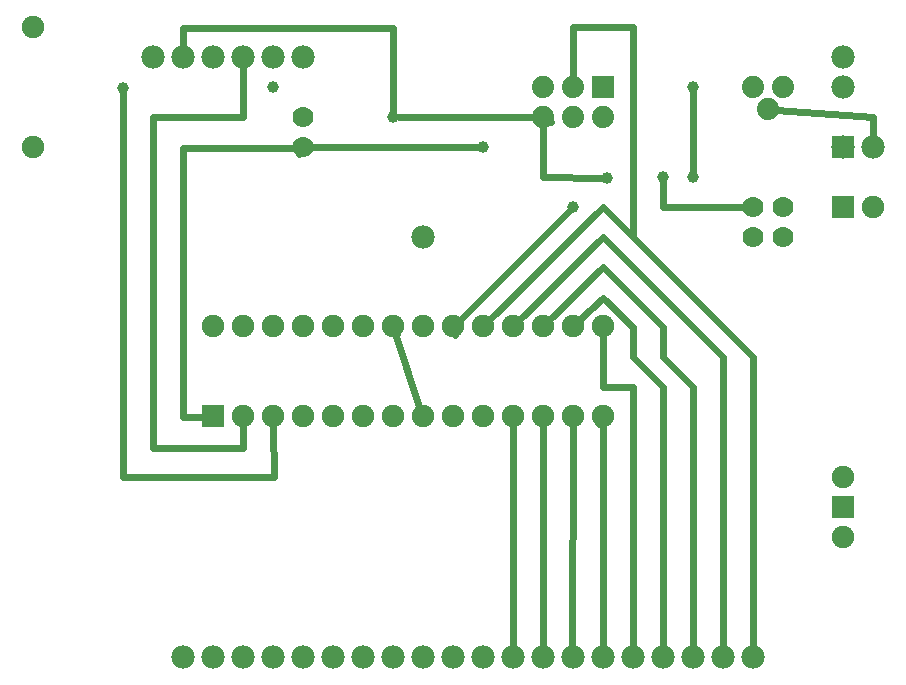
<source format=gtl>
G04 MADE WITH FRITZING*
G04 WWW.FRITZING.ORG*
G04 DOUBLE SIDED*
G04 HOLES PLATED*
G04 CONTOUR ON CENTER OF CONTOUR VECTOR*
%ASAXBY*%
%FSLAX23Y23*%
%MOIN*%
%OFA0B0*%
%SFA1.0B1.0*%
%ADD10C,0.078000*%
%ADD11C,0.039370*%
%ADD12C,0.075000*%
%ADD13C,0.070000*%
%ADD14C,0.074000*%
%ADD15R,0.075000X0.075000*%
%ADD16R,0.078000X0.078000*%
%ADD17C,0.024000*%
%ADD18R,0.001000X0.001000*%
%LNCOPPER1*%
G90*
G70*
G54D10*
X819Y2068D03*
X919Y2068D03*
X1019Y2068D03*
X1119Y2068D03*
X1219Y2068D03*
X1319Y2068D03*
G54D11*
X1620Y1867D03*
X1919Y1768D03*
X721Y1965D03*
X1219Y1968D03*
X2619Y1668D03*
X2219Y1568D03*
X2334Y1664D03*
X2519Y1668D03*
X2619Y1968D03*
G54D12*
X419Y2168D03*
X419Y1768D03*
G54D13*
X2919Y1568D03*
X2919Y1467D03*
G54D12*
X3119Y468D03*
X3119Y568D03*
X3119Y668D03*
G54D10*
X3119Y1768D03*
X3219Y1768D03*
G54D14*
X2819Y1968D03*
X2869Y1893D03*
X2919Y1968D03*
X2819Y1968D03*
X2869Y1893D03*
X2919Y1968D03*
G54D12*
X3119Y1568D03*
X3219Y1568D03*
G54D13*
X2819Y1568D03*
X2819Y1467D03*
X1319Y1768D03*
X1319Y1868D03*
G54D10*
X1719Y1468D03*
X3119Y2068D03*
X3119Y1968D03*
G54D12*
X1019Y870D03*
X1019Y1170D03*
X1119Y870D03*
X1119Y1170D03*
X1219Y870D03*
X1219Y1170D03*
X1319Y870D03*
X1319Y1170D03*
X1419Y870D03*
X1419Y1170D03*
X1519Y870D03*
X1519Y1170D03*
X1619Y870D03*
X1619Y1170D03*
X1719Y870D03*
X1719Y1170D03*
X1819Y870D03*
X1819Y1170D03*
X1919Y870D03*
X1919Y1170D03*
X2019Y870D03*
X2019Y1170D03*
X2119Y870D03*
X2119Y1170D03*
X2219Y870D03*
X2219Y1170D03*
X2319Y870D03*
X2319Y1170D03*
G54D10*
X919Y68D03*
X1019Y68D03*
X1119Y68D03*
X1219Y68D03*
X1319Y68D03*
X1419Y68D03*
X1519Y68D03*
X1619Y68D03*
X1719Y68D03*
X1819Y68D03*
X1919Y68D03*
X2019Y68D03*
X2119Y68D03*
X2219Y68D03*
X2319Y68D03*
X2419Y68D03*
X2519Y68D03*
X2619Y68D03*
X2719Y68D03*
X2819Y68D03*
G54D14*
X2319Y1968D03*
X2319Y1868D03*
X2219Y1968D03*
X2219Y1868D03*
X2119Y1968D03*
X2119Y1868D03*
X2319Y1968D03*
X2319Y1868D03*
X2219Y1968D03*
X2219Y1868D03*
X2119Y1968D03*
X2119Y1868D03*
G54D15*
X3119Y568D03*
G54D16*
X3119Y1768D03*
G54D15*
X3119Y1568D03*
X1019Y870D03*
G54D17*
X1620Y2166D02*
X1620Y1886D01*
D02*
X918Y2166D02*
X1620Y2166D01*
D02*
X1119Y766D02*
X1119Y841D01*
D02*
X820Y766D02*
X1119Y766D01*
D02*
X1119Y1867D02*
X820Y1867D01*
D02*
X1119Y2037D02*
X1119Y1867D01*
D02*
X820Y1867D02*
X820Y766D01*
D02*
X2145Y1850D02*
X2121Y1867D01*
D02*
X2121Y1867D02*
X1639Y1867D01*
D02*
X919Y2098D02*
X918Y2166D01*
D02*
X2217Y71D02*
X2202Y92D01*
D02*
X2119Y98D02*
X2119Y841D01*
D02*
X2019Y98D02*
X2019Y841D01*
D02*
X1717Y872D02*
X1620Y1168D01*
D02*
X1698Y890D02*
X1717Y872D01*
D02*
X1620Y1168D02*
X1634Y1145D01*
D02*
X721Y1946D02*
X721Y668D01*
D02*
X1222Y668D02*
X1219Y841D01*
D02*
X721Y668D02*
X1222Y668D01*
D02*
X2319Y98D02*
X2318Y869D01*
D02*
X2318Y869D02*
X2306Y844D01*
D02*
X2219Y841D02*
X2217Y71D01*
D02*
X1318Y1766D02*
X1306Y1745D01*
D02*
X920Y1766D02*
X1318Y1766D01*
D02*
X920Y867D02*
X920Y1766D01*
D02*
X990Y869D02*
X920Y867D01*
D02*
X2419Y968D02*
X2419Y98D01*
D02*
X2319Y1141D02*
X2319Y968D01*
D02*
X2319Y968D02*
X2419Y968D01*
D02*
X2519Y968D02*
X2419Y1068D01*
D02*
X2419Y1068D02*
X2419Y1168D01*
D02*
X2320Y1265D02*
X2240Y1190D01*
D02*
X2519Y98D02*
X2519Y968D01*
D02*
X2419Y1168D02*
X2320Y1265D01*
D02*
X2519Y1068D02*
X2519Y1168D01*
D02*
X2719Y1068D02*
X2319Y1468D01*
D02*
X2719Y98D02*
X2719Y1068D01*
D02*
X2319Y1468D02*
X2039Y1190D01*
D02*
X2619Y968D02*
X2519Y1068D01*
D02*
X2519Y1168D02*
X2319Y1368D01*
D02*
X2319Y1368D02*
X2139Y1190D01*
D02*
X2819Y1068D02*
X2419Y1468D01*
D02*
X2419Y1468D02*
X2319Y1568D01*
D02*
X2819Y98D02*
X2819Y1068D01*
D02*
X2319Y1568D02*
X1939Y1190D01*
D02*
X2619Y98D02*
X2619Y968D01*
D02*
X1900Y1768D02*
X1346Y1768D01*
D02*
X2219Y2168D02*
X2419Y2168D01*
D02*
X2419Y2168D02*
X2419Y1468D01*
D02*
X2319Y1568D02*
X1939Y1190D01*
D02*
X2219Y1999D02*
X2219Y2168D01*
D02*
X2419Y1468D02*
X2319Y1568D01*
D02*
X2315Y1664D02*
X2119Y1668D01*
D02*
X2519Y1568D02*
X2519Y1649D01*
D02*
X2793Y1568D02*
X2519Y1568D01*
D02*
X2119Y1668D02*
X2119Y1836D01*
D02*
X1825Y1142D02*
X1819Y1168D01*
D02*
X1819Y1168D02*
X2206Y1554D01*
D02*
X2897Y1891D02*
X3219Y1868D01*
D02*
X3219Y1868D02*
X3219Y1798D01*
D02*
X2619Y1949D02*
X2619Y1687D01*
G54D18*
X2282Y2004D02*
X2355Y2004D01*
X2282Y2003D02*
X2355Y2003D01*
X2282Y2002D02*
X2355Y2002D01*
X2282Y2001D02*
X2355Y2001D01*
X2282Y2000D02*
X2355Y2000D01*
X2282Y1999D02*
X2355Y1999D01*
X2282Y1998D02*
X2355Y1998D01*
X2282Y1997D02*
X2355Y1997D01*
X2282Y1996D02*
X2355Y1996D01*
X2282Y1995D02*
X2355Y1995D01*
X2282Y1994D02*
X2355Y1994D01*
X2282Y1993D02*
X2355Y1993D01*
X2282Y1992D02*
X2355Y1992D01*
X2282Y1991D02*
X2355Y1991D01*
X2282Y1990D02*
X2355Y1990D01*
X2282Y1989D02*
X2355Y1989D01*
X2282Y1988D02*
X2355Y1988D01*
X2282Y1987D02*
X2313Y1987D01*
X2325Y1987D02*
X2355Y1987D01*
X2282Y1986D02*
X2310Y1986D01*
X2328Y1986D02*
X2355Y1986D01*
X2282Y1985D02*
X2308Y1985D01*
X2329Y1985D02*
X2355Y1985D01*
X2282Y1984D02*
X2306Y1984D01*
X2331Y1984D02*
X2355Y1984D01*
X2282Y1983D02*
X2305Y1983D01*
X2332Y1983D02*
X2355Y1983D01*
X2282Y1982D02*
X2304Y1982D01*
X2333Y1982D02*
X2355Y1982D01*
X2282Y1981D02*
X2303Y1981D01*
X2334Y1981D02*
X2355Y1981D01*
X2282Y1980D02*
X2302Y1980D01*
X2335Y1980D02*
X2355Y1980D01*
X2282Y1979D02*
X2302Y1979D01*
X2336Y1979D02*
X2355Y1979D01*
X2282Y1978D02*
X2301Y1978D01*
X2336Y1978D02*
X2355Y1978D01*
X2282Y1977D02*
X2301Y1977D01*
X2337Y1977D02*
X2355Y1977D01*
X2282Y1976D02*
X2300Y1976D01*
X2337Y1976D02*
X2355Y1976D01*
X2282Y1975D02*
X2300Y1975D01*
X2338Y1975D02*
X2355Y1975D01*
X2282Y1974D02*
X2299Y1974D01*
X2338Y1974D02*
X2355Y1974D01*
X2282Y1973D02*
X2299Y1973D01*
X2339Y1973D02*
X2355Y1973D01*
X2282Y1972D02*
X2299Y1972D01*
X2339Y1972D02*
X2355Y1972D01*
X2282Y1971D02*
X2299Y1971D01*
X2339Y1971D02*
X2355Y1971D01*
X2282Y1970D02*
X2298Y1970D01*
X2339Y1970D02*
X2355Y1970D01*
X2282Y1969D02*
X2298Y1969D01*
X2339Y1969D02*
X2355Y1969D01*
X2282Y1968D02*
X2298Y1968D01*
X2339Y1968D02*
X2355Y1968D01*
X2282Y1967D02*
X2298Y1967D01*
X2339Y1967D02*
X2355Y1967D01*
X2282Y1966D02*
X2298Y1966D01*
X2339Y1966D02*
X2355Y1966D01*
X2282Y1965D02*
X2299Y1965D01*
X2339Y1965D02*
X2355Y1965D01*
X2282Y1964D02*
X2299Y1964D01*
X2339Y1964D02*
X2355Y1964D01*
X2282Y1963D02*
X2299Y1963D01*
X2339Y1963D02*
X2355Y1963D01*
X2282Y1962D02*
X2299Y1962D01*
X2338Y1962D02*
X2355Y1962D01*
X2282Y1961D02*
X2300Y1961D01*
X2338Y1961D02*
X2355Y1961D01*
X2282Y1960D02*
X2300Y1960D01*
X2338Y1960D02*
X2355Y1960D01*
X2282Y1959D02*
X2300Y1959D01*
X2337Y1959D02*
X2355Y1959D01*
X2282Y1958D02*
X2301Y1958D01*
X2337Y1958D02*
X2355Y1958D01*
X2282Y1957D02*
X2302Y1957D01*
X2336Y1957D02*
X2355Y1957D01*
X2282Y1956D02*
X2302Y1956D01*
X2335Y1956D02*
X2355Y1956D01*
X2282Y1955D02*
X2303Y1955D01*
X2334Y1955D02*
X2355Y1955D01*
X2282Y1954D02*
X2304Y1954D01*
X2334Y1954D02*
X2355Y1954D01*
X2282Y1953D02*
X2305Y1953D01*
X2332Y1953D02*
X2355Y1953D01*
X2282Y1952D02*
X2306Y1952D01*
X2331Y1952D02*
X2355Y1952D01*
X2282Y1951D02*
X2308Y1951D01*
X2330Y1951D02*
X2355Y1951D01*
X2282Y1950D02*
X2310Y1950D01*
X2328Y1950D02*
X2355Y1950D01*
X2282Y1949D02*
X2312Y1949D01*
X2325Y1949D02*
X2355Y1949D01*
X2282Y1948D02*
X2317Y1948D01*
X2320Y1948D02*
X2355Y1948D01*
X2282Y1947D02*
X2355Y1947D01*
X2282Y1946D02*
X2355Y1946D01*
X2282Y1945D02*
X2355Y1945D01*
X2282Y1944D02*
X2355Y1944D01*
X2282Y1943D02*
X2355Y1943D01*
X2282Y1942D02*
X2355Y1942D01*
X2282Y1941D02*
X2355Y1941D01*
X2282Y1940D02*
X2355Y1940D01*
X2282Y1939D02*
X2355Y1939D01*
X2282Y1938D02*
X2355Y1938D01*
X2282Y1937D02*
X2355Y1937D01*
X2282Y1936D02*
X2355Y1936D01*
X2282Y1935D02*
X2355Y1935D01*
X2282Y1934D02*
X2355Y1934D01*
X2282Y1933D02*
X2355Y1933D01*
X2282Y1932D02*
X2355Y1932D01*
X2283Y1931D02*
X2355Y1931D01*
D02*
G04 End of Copper1*
M02*
</source>
